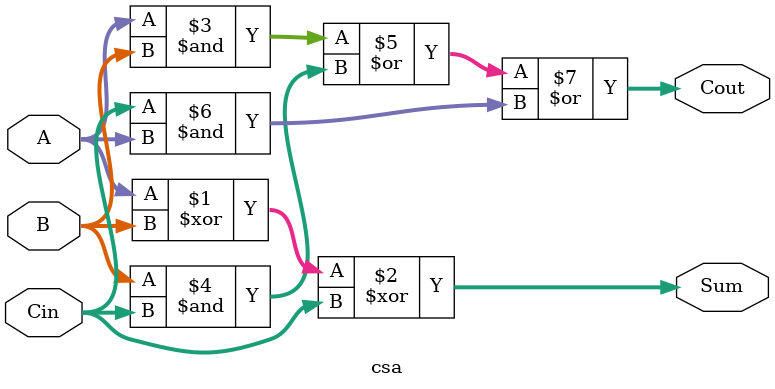
<source format=v>
module csa ( input [3:0] A, B, Cin , output [3:0] Sum , Cout );
    assign Sum = A ^ B ^ Cin; // Soma
    assign Cout = (A & B) | (B & Cin ) | ( Cin & A); // Carry
endmodule
</source>
